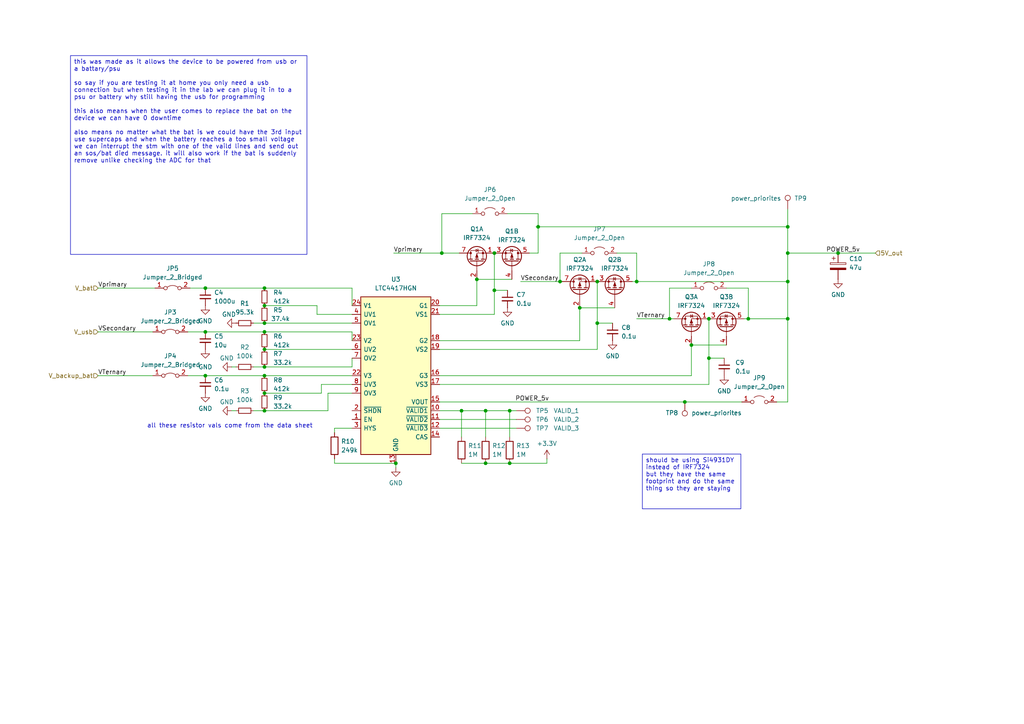
<source format=kicad_sch>
(kicad_sch (version 20231120) (generator "eeschema") (generator_version "8.0")
  (paper "A4")
  (lib_symbols
    (symbol "Connector:TestPoint" (pin_numbers hide) (pin_names (offset 0.762) hide)
      (property "Reference" "TP" (at 0 6.858 0))
      (property "Value" "TestPoint" (at 0 5.08 0))
      (symbol "TestPoint_0_1"
        (circle (center 0 3.302) (radius 0.762))
      )
      (symbol "TestPoint_1_1"
        (pin passive line (at 0 0 90) (length 2.54) (name "1") (number "1"))
      )
    )
    (symbol "Device:C_Polarized" (pin_numbers hide) (pin_names (offset 0.254))
      (property "Reference" "C" (at 0.635 2.54 0))
      (property "Value" "C_Polarized" (at 0.635 -2.54 0))
      (symbol "C_Polarized_0_1"
        (rectangle (start -2.286 0.508) (end 2.286 1.016))
        (polyline (pts (xy -1.778 2.286) (xy -0.762 2.286)))
        (polyline (pts (xy -1.27 2.794) (xy -1.27 1.778)))
        (rectangle (start 2.286 -0.508) (end -2.286 -1.016) (fill (type outline)))
      )
      (symbol "C_Polarized_1_1"
        (pin passive line (at 0 3.81 270) (length 2.794) (name "~") (number "1"))
        (pin passive line (at 0 -3.81 90) (length 2.794) (name "~") (number "2"))
      )
    )
    (symbol "Device:C_Small" (pin_numbers hide) (pin_names (offset 0.254) hide)
      (property "Reference" "C" (at 0.254 1.778 0))
      (property "Value" "C_Small" (at 0.254 -2.032 0))
      (symbol "C_Small_0_1"
        (polyline (pts (xy -1.524 -0.508) (xy 1.524 -0.508)) (stroke (width 0.3302)))
        (polyline (pts (xy -1.524 0.508) (xy 1.524 0.508)) (stroke (width 0.3048)))
      )
      (symbol "C_Small_1_1"
        (pin passive line (at 0 2.54 270) (length 2.032) (name "~") (number "1"))
        (pin passive line (at 0 -2.54 90) (length 2.032) (name "~") (number "2"))
      )
    )
    (symbol "Device:R" (pin_numbers hide) (pin_names (offset 0))
      (property "Reference" "R" (at 2.032 0 90))
      (property "Value" "R" (at 0 0 90))
      (symbol "R_0_1"
        (rectangle (start -1.016 -2.54) (end 1.016 2.54) (stroke (width 0.254)))
      )
      (symbol "R_1_1"
        (pin passive line (at 0 3.81 270) (length 1.27) (name "~") (number "1"))
        (pin passive line (at 0 -3.81 90) (length 1.27) (name "~") (number "2"))
      )
    )
    (symbol "Device:R_Small" (pin_numbers hide) (pin_names (offset 0.254) hide)
      (property "Reference" "R" (at 0.762 0.508 0))
      (property "Value" "R_Small" (at 0.762 -1.016 0))
      (symbol "R_Small_0_1"
        (rectangle (start -0.762 1.778) (end 0.762 -1.778) (stroke (width 0.2032)))
      )
      (symbol "R_Small_1_1"
        (pin passive line (at 0 2.54 270) (length 0.762) (name "~") (number "1"))
        (pin passive line (at 0 -2.54 90) (length 0.762) (name "~") (number "2"))
      )
    )
    (symbol "GND_1" (power) (pin_numbers hide) (pin_names (offset 0) hide)
      (property "Value" "GND" (at 0 -3.81 0))
      (symbol "GND_1_0_1"
        (polyline (pts (xy 0 0) (xy 0 -1.27) (xy 1.27 -1.27) (xy 0 -2.54) (xy -1.27 -1.27) (xy 0 -1.27)))
      )
      (symbol "GND_1_1_1"
        (pin power_in line (at 0 0 270) (length 0) (name "~") (number "1"))
      )
    )
    (symbol "GND_3" (power) (pin_numbers hide) (pin_names (offset 0) hide)
      (property "Value" "GND" (at 0 -3.81 0))
      (symbol "GND_3_0_1"
        (polyline (pts (xy 0 0) (xy 0 -1.27) (xy 1.27 -1.27) (xy 0 -2.54) (xy -1.27 -1.27) (xy 0 -1.27)))
      )
      (symbol "GND_3_1_1"
        (pin power_in line (at 0 0 270) (length 0) (name "~") (number "1"))
      )
    )
    (symbol "Jumper:Jumper_2_Bridged" (pin_names (offset 0) hide)
      (property "Reference" "JP" (at 0 1.905 0))
      (property "Value" "Jumper_2_Bridged" (at 0 -2.54 0))
      (symbol "Jumper_2_Bridged_0_0"
        (circle (center -2.032 0) (radius 0.508))
        (circle (center 2.032 0) (radius 0.508))
      )
      (symbol "Jumper_2_Bridged_0_1"
        (arc (start 1.524 0.254) (mid 0 0.762) (end -1.524 0.254))
      )
      (symbol "Jumper_2_Bridged_1_1"
        (pin passive line (at -5.08 0 0) (length 2.54) (name "A") (number "1"))
        (pin passive line (at 5.08 0 180) (length 2.54) (name "B") (number "2"))
      )
    )
    (symbol "Jumper:Jumper_2_Open" (pin_names (offset 0) hide)
      (property "Reference" "JP" (at 0 2.794 0))
      (property "Value" "Jumper_2_Open" (at 0 -2.286 0))
      (symbol "Jumper_2_Open_0_0"
        (circle (center -2.032 0) (radius 0.508))
        (circle (center 2.032 0) (radius 0.508))
      )
      (symbol "Jumper_2_Open_0_1"
        (arc (start 1.524 1.27) (mid 0 1.778) (end -1.524 1.27))
      )
      (symbol "Jumper_2_Open_1_1"
        (pin passive line (at -5.08 0 0) (length 2.54) (name "A") (number "1"))
        (pin passive line (at 5.08 0 180) (length 2.54) (name "B") (number "2"))
      )
    )
    (symbol "Power_Management:LTC4417HGN" (pin_names (offset 0.762))
      (property "Reference" "U" (at 0 26.035 0))
      (property "Value" "LTC4417HGN" (at 0 24.13 0))
      (symbol "LTC4417HGN_0_1"
        (rectangle (start -10.16 22.86) (end 10.16 -22.86) (stroke (width 0.254)) (fill (type background)))
      )
      (symbol "LTC4417HGN_1_1"
        (pin input line (at -12.7 -12.7 0) (length 2.54) (name "EN") (number "1"))
        (pin open_collector line (at 12.7 -10.16 180) (length 2.54) (name "~{VALID1}") (number "10"))
        (pin open_collector line (at 12.7 -12.7 180) (length 2.54) (name "~{VALID2}") (number "11"))
        (pin open_collector line (at 12.7 -15.24 180) (length 2.54) (name "~{VALID3}") (number "12"))
        (pin power_in line (at 0 -25.4 90) (length 2.54) (name "GND") (number "13"))
        (pin output line (at 12.7 -17.78 180) (length 2.54) (name "CAS") (number "14"))
        (pin output line (at 12.7 -7.62 180) (length 2.54) (name "VOUT") (number "15"))
        (pin output line (at 12.7 0 180) (length 2.54) (name "G3") (number "16"))
        (pin output line (at 12.7 -2.54 180) (length 2.54) (name "VS3") (number "17"))
        (pin output line (at 12.7 10.16 180) (length 2.54) (name "G2") (number "18"))
        (pin output line (at 12.7 7.62 180) (length 2.54) (name "VS2") (number "19"))
        (pin input line (at -12.7 -10.16 0) (length 2.54) (name "~{SHDN}") (number "2"))
        (pin output line (at 12.7 20.32 180) (length 2.54) (name "G1") (number "20"))
        (pin output line (at 12.7 17.78 180) (length 2.54) (name "VS1") (number "21"))
        (pin input line (at -12.7 0 0) (length 2.54) (name "V3") (number "22"))
        (pin input line (at -12.7 10.16 0) (length 2.54) (name "V2") (number "23"))
        (pin input line (at -12.7 20.32 0) (length 2.54) (name "V1") (number "24"))
        (pin input line (at -12.7 -15.24 0) (length 2.54) (name "HYS") (number "3"))
        (pin input line (at -12.7 17.78 0) (length 2.54) (name "UV1") (number "4"))
        (pin input line (at -12.7 15.24 0) (length 2.54) (name "OV1") (number "5"))
        (pin input line (at -12.7 7.62 0) (length 2.54) (name "UV2") (number "6"))
        (pin input line (at -12.7 5.08 0) (length 2.54) (name "OV2") (number "7"))
        (pin input line (at -12.7 -2.54 0) (length 2.54) (name "UV3") (number "8"))
        (pin input line (at -12.7 -5.08 0) (length 2.54) (name "OV3") (number "9"))
      )
    )
    (symbol "Transistor_FET:IRF7324" (pin_names hide)
      (property "Reference" "Q" (at 5.08 1.905 0))
      (property "Value" "IRF7324" (at 5.08 0 0))
      (symbol "IRF7324_0_1"
        (polyline (pts (xy 0.254 0) (xy -2.54 0)))
        (polyline (pts (xy 0.254 1.905) (xy 0.254 -1.905)) (stroke (width 0.254)))
        (polyline (pts (xy 0.762 -1.27) (xy 0.762 -2.286)) (stroke (width 0.254)))
        (polyline (pts (xy 0.762 0.508) (xy 0.762 -0.508)) (stroke (width 0.254)))
        (polyline (pts (xy 0.762 2.286) (xy 0.762 1.27)) (stroke (width 0.254)))
        (polyline (pts (xy 2.54 2.54) (xy 2.54 1.778)))
        (polyline (pts (xy 2.54 -2.54) (xy 2.54 0) (xy 0.762 0)))
        (polyline (pts (xy 0.762 1.778) (xy 3.302 1.778) (xy 3.302 -1.778) (xy 0.762 -1.778)))
        (polyline (pts (xy 2.286 0) (xy 1.27 0.381) (xy 1.27 -0.381) (xy 2.286 0)) (fill (type outline)))
        (polyline (pts (xy 2.794 -0.508) (xy 2.921 -0.381) (xy 3.683 -0.381) (xy 3.81 -0.254)))
        (polyline (pts (xy 3.302 -0.381) (xy 2.921 0.254) (xy 3.683 0.254) (xy 3.302 -0.381)))
        (circle (center 1.651 0) (radius 2.794) (stroke (width 0.254)))
        (circle (center 2.54 -1.778) (radius 0.254) (fill (type outline)))
        (circle (center 2.54 1.778) (radius 0.254) (fill (type outline)))
      )
      (symbol "IRF7324_1_1"
        (pin passive line (at 2.54 -5.08 90) (length 2.54) (name "S1") (number "1"))
        (pin input line (at -5.08 0 0) (length 2.54) (name "G1") (number "2"))
        (pin passive line (at 2.54 5.08 270) (length 2.54) (name "D1") (number "7"))
        (pin passive line (at 2.54 5.08 270) (length 2.54) hide (name "D1") (number "8"))
      )
      (symbol "IRF7324_2_1"
        (pin passive line (at 2.54 -5.08 90) (length 2.54) (name "S2") (number "3"))
        (pin input line (at -5.08 0 0) (length 2.54) (name "G2") (number "4"))
        (pin passive line (at 2.54 5.08 270) (length 2.54) (name "D2") (number "5"))
        (pin passive line (at 2.54 5.08 270) (length 2.54) hide (name "D2") (number "6"))
      )
    )
    (symbol "power:+3.3V" (power) (pin_numbers hide) (pin_names (offset 0) hide)
      (property "Value" "+3.3V" (at 0 3.556 0))
      (symbol "+3.3V_0_1"
        (polyline (pts (xy -0.762 1.27) (xy 0 2.54)))
        (polyline (pts (xy 0 0) (xy 0 2.54)))
        (polyline (pts (xy 0 2.54) (xy 0.762 1.27)))
      )
      (symbol "+3.3V_1_1"
        (pin power_in line (at 0 0 90) (length 0) (name "~") (number "1"))
      )
    )
  )
  (junction (at 76.708 88.646))
  (junction (at 194.183 92.456))
  (junction (at 76.708 93.726))
  (junction (at 114.808 134.366))
  (junction (at 184.658 81.661))
  (junction (at 76.708 96.266))
  (junction (at 198.628 116.586))
  (junction (at 147.828 119.126))
  (junction (at 133.858 119.126))
  (junction (at 228.473 81.661))
  (junction (at 140.843 119.126))
  (junction (at 173.228 93.726))
  (junction (at 128.143 73.406))
  (junction (at 147.828 134.366))
  (junction (at 76.708 106.426))
  (junction (at 76.708 101.346))
  (junction (at 200.533 100.076))
  (junction (at 205.613 92.456))
  (junction (at 140.843 134.366))
  (junction (at 143.383 73.406))
  (junction (at 217.043 92.456))
  (junction (at 138.303 81.026))
  (junction (at 228.473 73.406))
  (junction (at 156.083 65.786))
  (junction (at 76.708 114.046))
  (junction (at 173.228 81.661))
  (junction (at 59.563 108.966))
  (junction (at 162.433 81.661))
  (junction (at 205.613 103.886))
  (junction (at 228.473 65.786))
  (junction (at 76.708 119.126))
  (junction (at 243.078 73.406))
  (junction (at 76.708 108.966))
  (junction (at 59.563 83.566))
  (junction (at 59.563 96.266))
  (junction (at 143.383 84.201))
  (junction (at 168.148 89.281))
  (junction (at 76.708 83.566))
  (junction (at 228.473 92.456))
  (wire (pts (xy 127.508 119.126) (xy 133.858 119.126)))
  (wire (pts (xy 147.828 134.366) (xy 158.623 134.366)))
  (wire (pts (xy 173.228 101.346) (xy 127.508 101.346)))
  (wire (pts (xy 127.508 111.506) (xy 205.613 111.506)))
  (wire (pts (xy 91.948 91.186) (xy 102.108 91.186)))
  (wire (pts (xy 155.448 65.786) (xy 156.083 65.786)))
  (wire (pts (xy 28.448 96.266) (xy 44.323 96.266)))
  (wire (pts (xy 162.433 81.661) (xy 162.433 73.406)))
  (wire (pts (xy 127.508 88.646) (xy 138.303 88.646)))
  (wire (pts (xy 76.708 88.646) (xy 91.948 88.646)))
  (wire (pts (xy 127.508 121.666) (xy 149.733 121.666)))
  (wire (pts (xy 184.658 81.661) (xy 228.473 81.661)))
  (wire (pts (xy 97.028 133.096) (xy 97.028 134.366)))
  (wire (pts (xy 217.043 83.566) (xy 217.043 92.456)))
  (wire (pts (xy 215.773 92.456) (xy 217.043 92.456)))
  (wire (pts (xy 76.708 83.566) (xy 102.108 83.566)))
  (wire (pts (xy 97.028 134.366) (xy 114.808 134.366)))
  (wire (pts (xy 138.303 88.646) (xy 138.303 81.026)))
  (wire (pts (xy 95.123 119.126) (xy 95.123 114.046)))
  (wire (pts (xy 194.183 92.456) (xy 195.453 92.456)))
  (wire (pts (xy 76.708 106.426) (xy 102.108 106.426)))
  (wire (pts (xy 140.843 119.126) (xy 147.828 119.126)))
  (wire (pts (xy 151.003 81.661) (xy 162.433 81.661)))
  (wire (pts (xy 114.173 73.406) (xy 128.143 73.406)))
  (wire (pts (xy 168.148 89.281) (xy 168.148 98.806)))
  (wire (pts (xy 184.658 92.456) (xy 194.183 92.456)))
  (wire (pts (xy 205.613 103.886) (xy 205.613 92.456)))
  (wire (pts (xy 147.193 61.976) (xy 156.083 61.976)))
  (wire (pts (xy 173.228 93.726) (xy 177.673 93.726)))
  (wire (pts (xy 200.533 108.966) (xy 127.508 108.966)))
  (wire (pts (xy 228.473 73.406) (xy 228.473 81.661)))
  (wire (pts (xy 138.303 81.026) (xy 148.463 81.026)))
  (wire (pts (xy 54.483 108.966) (xy 59.563 108.966)))
  (wire (pts (xy 143.383 91.186) (xy 143.383 84.201)))
  (wire (pts (xy 228.473 81.661) (xy 228.473 92.456)))
  (wire (pts (xy 200.533 100.076) (xy 200.533 108.966)))
  (wire (pts (xy 127.508 116.586) (xy 198.628 116.586)))
  (wire (pts (xy 76.708 96.266) (xy 102.108 96.266)))
  (wire (pts (xy 68.453 119.126) (xy 67.183 119.126)))
  (wire (pts (xy 59.563 108.966) (xy 76.708 108.966)))
  (wire (pts (xy 76.708 108.966) (xy 102.108 108.966)))
  (wire (pts (xy 178.943 73.406) (xy 184.658 73.406)))
  (wire (pts (xy 194.183 92.456) (xy 194.183 83.566)))
  (wire (pts (xy 93.218 114.046) (xy 93.218 111.506)))
  (wire (pts (xy 76.708 93.726) (xy 102.108 93.726)))
  (wire (pts (xy 133.858 119.126) (xy 140.843 119.126)))
  (wire (pts (xy 173.228 93.726) (xy 173.228 101.346)))
  (wire (pts (xy 228.473 92.456) (xy 228.473 116.586)))
  (wire (pts (xy 228.473 73.406) (xy 243.078 73.406)))
  (wire (pts (xy 178.308 89.281) (xy 168.148 89.281)))
  (wire (pts (xy 243.078 73.406) (xy 253.873 73.406)))
  (wire (pts (xy 143.383 84.201) (xy 147.193 84.201)))
  (wire (pts (xy 205.613 111.506) (xy 205.613 103.886)))
  (wire (pts (xy 228.473 60.706) (xy 228.473 65.786)))
  (wire (pts (xy 147.828 119.126) (xy 149.733 119.126)))
  (wire (pts (xy 162.433 81.661) (xy 163.068 81.661)))
  (wire (pts (xy 228.473 65.786) (xy 228.473 73.406)))
  (wire (pts (xy 73.533 119.126) (xy 76.708 119.126)))
  (wire (pts (xy 54.483 96.266) (xy 59.563 96.266)))
  (wire (pts (xy 102.108 103.886) (xy 102.108 106.426)))
  (wire (pts (xy 127.508 124.206) (xy 149.733 124.206)))
  (wire (pts (xy 114.808 135.636) (xy 114.808 134.366)))
  (wire (pts (xy 153.543 73.406) (xy 156.083 73.406)))
  (wire (pts (xy 133.858 119.126) (xy 133.858 126.746)))
  (wire (pts (xy 205.613 103.886) (xy 210.058 103.886)))
  (wire (pts (xy 133.858 134.366) (xy 140.843 134.366)))
  (wire (pts (xy 140.843 134.366) (xy 147.828 134.366)))
  (wire (pts (xy 198.628 116.586) (xy 215.138 116.586)))
  (wire (pts (xy 162.433 73.406) (xy 168.783 73.406)))
  (wire (pts (xy 93.218 111.506) (xy 102.108 111.506)))
  (wire (pts (xy 55.118 83.566) (xy 59.563 83.566)))
  (wire (pts (xy 217.043 92.456) (xy 228.473 92.456)))
  (wire (pts (xy 156.083 61.976) (xy 156.083 65.786)))
  (wire (pts (xy 200.533 100.076) (xy 210.693 100.076)))
  (wire (pts (xy 173.228 81.661) (xy 173.228 93.726)))
  (wire (pts (xy 127.508 98.806) (xy 168.148 98.806)))
  (wire (pts (xy 91.948 88.646) (xy 91.948 91.186)))
  (wire (pts (xy 59.563 83.566) (xy 76.708 83.566)))
  (wire (pts (xy 127.508 91.186) (xy 143.383 91.186)))
  (wire (pts (xy 73.533 106.426) (xy 76.708 106.426)))
  (wire (pts (xy 194.183 83.566) (xy 200.533 83.566)))
  (wire (pts (xy 184.658 73.406) (xy 184.658 81.661)))
  (wire (pts (xy 210.693 83.566) (xy 217.043 83.566)))
  (wire (pts (xy 102.108 83.566) (xy 102.108 88.646)))
  (wire (pts (xy 76.708 114.046) (xy 93.218 114.046)))
  (wire (pts (xy 76.708 119.126) (xy 95.123 119.126)))
  (wire (pts (xy 140.843 119.126) (xy 140.843 126.746)))
  (wire (pts (xy 156.083 65.786) (xy 156.083 73.406)))
  (wire (pts (xy 95.123 114.046) (xy 102.108 114.046)))
  (wire (pts (xy 128.143 61.976) (xy 137.033 61.976)))
  (wire (pts (xy 128.143 73.406) (xy 128.143 61.976)))
  (wire (pts (xy 97.028 124.206) (xy 97.028 125.476)))
  (wire (pts (xy 158.623 134.366) (xy 158.623 133.096)))
  (wire (pts (xy 183.388 81.661) (xy 184.658 81.661)))
  (wire (pts (xy 147.828 119.126) (xy 147.828 126.746)))
  (wire (pts (xy 156.083 65.786) (xy 228.473 65.786)))
  (wire (pts (xy 128.143 73.406) (xy 133.223 73.406)))
  (wire (pts (xy 59.563 96.266) (xy 76.708 96.266)))
  (wire (pts (xy 28.448 108.966) (xy 44.323 108.966)))
  (wire (pts (xy 73.533 93.726) (xy 76.708 93.726)))
  (wire (pts (xy 225.298 116.586) (xy 228.473 116.586)))
  (wire (pts (xy 76.708 101.346) (xy 102.108 101.346)))
  (wire (pts (xy 143.383 84.201) (xy 143.383 73.406)))
  (wire (pts (xy 28.448 83.566) (xy 44.958 83.566)))
  (wire (pts (xy 68.453 106.426) (xy 67.183 106.426)))
  (wire (pts (xy 102.108 96.266) (xy 102.108 98.806)))
  (wire (pts (xy 102.108 124.206) (xy 97.028 124.206)))
  (text_box "this was made as it allows the device to be powered from usb or a battary/psu \n\nso say if you are testing it at home you only need a usb connection but when testing it in the lab we can plug it in to a psu or battery why still having the usb for programming\n\nthis also means when the user comes to replace the bat on the device we can have 0 downtime\n\nalso means no matter what the bat is we could have the 3rd input use supercaps and when the battery reaches a too small voltage we can interrupt the stm with one of the vaild lines and send out an sos/bat died message. it will also work if the bat is suddenly remove unlike checking the ADC for that\n" (at 20.447 16.129 0) (size 68.58 57.658) (effects (font (size 1.27 1.27)) (justify left top)))
  (text_box "should be using Si4931DY instead of IRF7324\nbut they have the same footprint and do the same thing so they are staying\n" (at 186.309 131.699 0) (size 28.575 15.875) (effects (font (size 1.27 1.27)) (justify left top)))
  (text "all these resistor vals come from the data sheet\n" (at 66.675 123.571 0) (effects (font (size 1.27 1.27))))
  (label "Vprimary" (at 114.173 73.406 0))
  (label "VSecondary" (at 151.003 81.661 0))
  (label "VSecondary" (at 28.448 96.266 0))
  (label "POWER_5v" (at 249.428 73.406 180))
  (label "VTernary" (at 184.658 92.456 0))
  (label "Vprimary" (at 28.448 83.566 0))
  (label "VTernary" (at 28.448 108.966 0))
  (label "POWER_5v" (at 159.258 116.586 180))
  (hierarchical_label "V_bat" (shape input) (at 28.448 83.566 180))
  (hierarchical_label "V_backup_bat" (shape input) (at 28.448 108.966 180))
  (hierarchical_label "V_usb" (shape input) (at 28.448 96.266 180))
  (hierarchical_label "5V_out" (shape input) (at 253.873 73.406 0))
  (symbol (lib_id "Device:R_Small") (at 70.993 119.126 270) (unit 1)
    (property "Reference" "R3" (at 70.993 113.411 90))
    (property "Value" "100k" (at 70.993 115.951 90))
    (property "Footprint" "Resistor_SMD:R_0805_2012Metric" (effects (hide yes)))
    (property "Description" "Resistor, small symbol" (effects (hide yes)))
  )
  (symbol (lib_id "Jumper:Jumper_2_Bridged") (at 50.038 83.566 0) (unit 1)
    (property "Reference" "JP5" (at 50.038 77.851 0))
    (property "Value" "Jumper_2_Bridged" (at 50.038 80.391 0))
    (property "Description" "Jumper, 2-pole, closed/bridged" (effects (hide yes)))
  )
  (symbol (lib_name "GND_1") (lib_id "power:GND") (at 243.078 81.026 0) (unit 1)
    (property "Reference" "#PWR029" (effects (hide yes)))
    (property "Value" "GND" (at 243.078 85.471 0))
    (property "Description" "Power symbol creates a global label with name \"GND\" , ground" (effects (hide yes)))
  )
  (symbol (lib_id "Transistor_FET:IRF7324") (at 148.463 75.946 270) (mirror x) (unit 2)
    (property "Reference" "Q1" (at 148.463 67.056 90))
    (property "Value" "IRF7324" (at 148.463 69.596 90))
    (property "Footprint" "Package_SO:SOIC-8_3.9x4.9mm_P1.27mm" (effects (hide yes)))
    (property "Datasheet" "http://www.infineon.com/dgdl/irf7324pbf.pdf?fileId=5546d462533600a4015355f5f0861b4b" (effects (hide yes)))
    (property "Description" "-9A Id, -20V Vds, Dual HEXFET P-Channel MOSFET, SO-8" (effects (hide yes)))
  )
  (symbol (lib_id "Device:C_Small") (at 177.673 96.266 0) (unit 1)
    (property "Reference" "C8" (at 180.213 95.0022 0) (effects (justify left)))
    (property "Value" "0.1u" (at 180.213 97.5422 0) (effects (justify left)))
    (property "Footprint" "Capacitor_SMD:C_0805_2012Metric" (effects (hide yes)))
    (property "Description" "Unpolarized capacitor, small symbol" (effects (hide yes)))
  )
  (symbol (lib_id "Device:C_Small") (at 59.563 98.806 0) (unit 1)
    (property "Reference" "C5" (at 62.103 97.5422 0) (effects (justify left)))
    (property "Value" "10u" (at 62.103 100.0822 0) (effects (justify left)))
    (property "Footprint" "Capacitor_SMD:C_0805_2012Metric" (effects (hide yes)))
    (property "Description" "Unpolarized capacitor, small symbol" (effects (hide yes)))
  )
  (symbol (lib_name "GND_1") (lib_id "power:GND") (at 177.673 98.806 0) (unit 1)
    (property "Reference" "#PWR027" (effects (hide yes)))
    (property "Value" "GND" (at 177.673 103.251 0))
    (property "Description" "Power symbol creates a global label with name \"GND\" , ground" (effects (hide yes)))
  )
  (symbol (lib_id "Connector:TestPoint") (at 198.628 116.586 180) (unit 1)
    (property "Reference" "TP8" (at 196.723 119.761 0) (effects (justify left)))
    (property "Value" "power_priorites" (at 215.138 119.761 0) (effects (justify left)))
    (property "Footprint" "TerminalBlock:TerminalBlock_Altech_AK300-2_P5.00mm" (effects (hide yes)))
    (property "Description" "test point" (effects (hide yes)))
  )
  (symbol (lib_id "Jumper:Jumper_2_Bridged") (at 49.403 108.966 0) (unit 1)
    (property "Reference" "JP4" (at 49.403 103.251 0))
    (property "Value" "Jumper_2_Bridged" (at 49.403 105.791 0))
    (property "Description" "Jumper, 2-pole, closed/bridged" (effects (hide yes)))
  )
  (symbol (lib_id "Device:R_Small") (at 76.708 86.106 0) (unit 1)
    (property "Reference" "R4" (at 79.248 84.8359 0) (effects (justify left)))
    (property "Value" "412k" (at 79.248 87.3759 0) (effects (justify left)))
    (property "Footprint" "Resistor_SMD:R_0805_2012Metric" (effects (hide yes)))
    (property "Description" "Resistor, small symbol" (effects (hide yes)))
  )
  (symbol (lib_id "Device:R_Small") (at 76.708 98.806 0) (unit 1)
    (property "Reference" "R6" (at 79.248 97.5359 0) (effects (justify left)))
    (property "Value" "412k" (at 79.248 100.0759 0) (effects (justify left)))
    (property "Footprint" "Resistor_SMD:R_0805_2012Metric" (effects (hide yes)))
    (property "Description" "Resistor, small symbol" (effects (hide yes)))
  )
  (symbol (lib_name "GND_3") (lib_id "power:GND") (at 59.563 101.346 0) (unit 1)
    (property "Reference" "#PWR019" (effects (hide yes)))
    (property "Value" "GND" (at 59.563 106.426 0))
    (property "Description" "Power symbol creates a global label with name \"GND\" , ground" (effects (hide yes)))
  )
  (symbol (lib_id "Device:R_Small") (at 76.708 111.506 0) (unit 1)
    (property "Reference" "R8" (at 79.248 110.2359 0) (effects (justify left)))
    (property "Value" "412k" (at 79.248 112.7759 0) (effects (justify left)))
    (property "Footprint" "Resistor_SMD:R_0805_2012Metric" (effects (hide yes)))
    (property "Description" "Resistor, small symbol" (effects (hide yes)))
  )
  (symbol (lib_id "Power_Management:LTC4417HGN") (at 114.808 108.966 0) (unit 1)
    (property "Reference" "U3" (at 114.808 81.026 0))
    (property "Value" "LTC4417HGN" (at 114.808 83.566 0))
    (property "Footprint" "Package_SO:SSOP-24_3.9x8.7mm_P0.635mm" (effects (hide yes)))
    (property "Datasheet" "https://www.analog.com/media/en/technical-documentation/data-sheets/4417f.pdf" (effects (hide yes)))
    (property "Description" "Prioritized PowerPath Controller, Selects Highest Priority Supply from Three Inputs, –40°C to 125°C, SSOP" (effects (hide yes)))
  )
  (symbol (lib_id "Transistor_FET:IRF7324") (at 210.693 94.996 270) (mirror x) (unit 2)
    (property "Reference" "Q3" (at 210.693 86.106 90))
    (property "Value" "IRF7324" (at 210.693 88.646 90))
    (property "Footprint" "Package_SO:SOIC-8_3.9x4.9mm_P1.27mm" (effects (hide yes)))
    (property "Datasheet" "http://www.infineon.com/dgdl/irf7324pbf.pdf?fileId=5546d462533600a4015355f5f0861b4b" (effects (hide yes)))
    (property "Description" "-9A Id, -20V Vds, Dual HEXFET P-Channel MOSFET, SO-8" (effects (hide yes)))
  )
  (symbol (lib_id "Connector:TestPoint") (at 149.733 124.206 270) (unit 1)
    (property "Reference" "TP7" (at 155.448 124.206 90) (effects (justify left)))
    (property "Value" "VALID_3" (at 160.528 124.206 90) (effects (justify left)))
    (property "Footprint" "TerminalBlock:TerminalBlock_Altech_AK300-2_P5.00mm" (effects (hide yes)))
    (property "Description" "test point" (effects (hide yes)))
  )
  (symbol (lib_id "Transistor_FET:IRF7324") (at 200.533 94.996 90) (unit 1)
    (property "Reference" "Q3" (at 200.533 86.106 90))
    (property "Value" "IRF7324" (at 200.533 88.646 90))
    (property "Footprint" "Package_SO:SOIC-8_3.9x4.9mm_P1.27mm" (effects (hide yes)))
    (property "Datasheet" "http://www.infineon.com/dgdl/irf7324pbf.pdf?fileId=5546d462533600a4015355f5f0861b4b" (effects (hide yes)))
    (property "Description" "-9A Id, -20V Vds, Dual HEXFET P-Channel MOSFET, SO-8" (effects (hide yes)))
  )
  (symbol (lib_id "Jumper:Jumper_2_Bridged") (at 49.403 96.266 0) (unit 1)
    (property "Reference" "JP3" (at 49.403 90.551 0))
    (property "Value" "Jumper_2_Bridged" (at 49.403 93.091 0))
    (property "Description" "Jumper, 2-pole, closed/bridged" (effects (hide yes)))
  )
  (symbol (lib_name "GND_1") (lib_id "power:GND") (at 210.058 108.966 0) (unit 1)
    (property "Reference" "#PWR028" (effects (hide yes)))
    (property "Value" "GND" (at 210.058 113.411 0))
    (property "Description" "Power symbol creates a global label with name \"GND\" , ground" (effects (hide yes)))
  )
  (symbol (lib_id "Device:C_Small") (at 59.563 86.106 0) (unit 1)
    (property "Reference" "C4" (at 62.103 84.8422 0) (effects (justify left)))
    (property "Value" "1000u" (at 62.103 87.3822 0) (effects (justify left)))
    (property "Footprint" "Capacitor_SMD:C_0805_2012Metric" (effects (hide yes)))
    (property "Description" "Unpolarized capacitor, small symbol" (effects (hide yes)))
  )
  (symbol (lib_id "Jumper:Jumper_2_Open") (at 205.613 83.566 0) (unit 1)
    (property "Reference" "JP8" (at 205.613 76.581 0))
    (property "Value" "Jumper_2_Open" (at 205.613 79.121 0))
    (property "Description" "Jumper, 2-pole, open" (effects (hide yes)))
  )
  (symbol (lib_name "GND_3") (lib_id "power:GND") (at 59.563 114.046 0) (unit 1)
    (property "Reference" "#PWR020" (effects (hide yes)))
    (property "Value" "GND" (at 59.563 118.491 0))
    (property "Description" "Power symbol creates a global label with name \"GND\" , ground" (effects (hide yes)))
  )
  (symbol (lib_id "Device:R_Small") (at 76.708 91.186 0) (unit 1)
    (property "Reference" "R5" (at 79.248 89.9159 0) (effects (justify left)))
    (property "Value" "37.4k" (at 78.613 92.456 0) (effects (justify left)))
    (property "Footprint" "Resistor_SMD:R_0805_2012Metric" (effects (hide yes)))
    (property "Description" "Resistor, small symbol" (effects (hide yes)))
  )
  (symbol (lib_id "Device:R_Small") (at 70.993 106.426 270) (unit 1)
    (property "Reference" "R2" (at 70.993 100.711 90))
    (property "Value" "100k" (at 70.993 103.251 90))
    (property "Footprint" "Resistor_SMD:R_0805_2012Metric" (effects (hide yes)))
    (property "Description" "Resistor, small symbol" (effects (hide yes)))
  )
  (symbol (lib_id "Device:R") (at 97.028 129.286 0) (unit 1)
    (property "Reference" "R10" (at 98.933 128.0159 0) (effects (justify left)))
    (property "Value" "249k" (at 98.933 130.5559 0) (effects (justify left)))
    (property "Footprint" "Resistor_SMD:R_0805_2012Metric" (effects (hide yes)))
    (property "Description" "Resistor" (effects (hide yes)))
  )
  (symbol (lib_name "GND_1") (lib_id "power:GND") (at 147.193 89.281 0) (unit 1)
    (property "Reference" "#PWR025" (effects (hide yes)))
    (property "Value" "GND" (at 147.193 93.726 0))
    (property "Description" "Power symbol creates a global label with name \"GND\" , ground" (effects (hide yes)))
  )
  (symbol (lib_id "Device:R_Small") (at 76.708 116.586 0) (unit 1)
    (property "Reference" "R9" (at 79.248 115.3159 0) (effects (justify left)))
    (property "Value" "33.2k" (at 79.248 117.8559 0) (effects (justify left)))
    (property "Footprint" "Resistor_SMD:R_0805_2012Metric" (effects (hide yes)))
    (property "Description" "Resistor, small symbol" (effects (hide yes)))
  )
  (symbol (lib_name "GND_3") (lib_id "power:GND") (at 59.563 88.646 0) (unit 1)
    (property "Reference" "#PWR018" (effects (hide yes)))
    (property "Value" "GND" (at 59.563 93.091 0))
    (property "Description" "Power symbol creates a global label with name \"GND\" , ground" (effects (hide yes)))
  )
  (symbol (lib_id "power:+3.3V") (at 158.623 133.096 0) (unit 1)
    (property "Reference" "#PWR026" (effects (hide yes)))
    (property "Value" "+3.3V" (at 158.623 128.651 0))
    (property "Description" "Power symbol creates a global label with name \"+3.3V\"" (effects (hide yes)))
  )
  (symbol (lib_id "Device:C_Small") (at 147.193 86.741 0) (unit 1)
    (property "Reference" "C7" (at 149.733 85.4772 0) (effects (justify left)))
    (property "Value" "0.1u" (at 149.733 88.0172 0) (effects (justify left)))
    (property "Footprint" "Capacitor_SMD:C_0805_2012Metric" (effects (hide yes)))
    (property "Description" "Unpolarized capacitor, small symbol" (effects (hide yes)))
  )
  (symbol (lib_id "Device:R") (at 140.843 130.556 0) (unit 1)
    (property "Reference" "R12" (at 142.748 129.2859 0) (effects (justify left)))
    (property "Value" "1M" (at 142.748 131.8259 0) (effects (justify left)))
    (property "Footprint" "Resistor_SMD:R_0805_2012Metric" (effects (hide yes)))
    (property "Description" "Resistor" (effects (hide yes)))
  )
  (symbol (lib_id "Jumper:Jumper_2_Open") (at 173.863 73.406 0) (unit 1)
    (property "Reference" "JP7" (at 173.863 66.421 0))
    (property "Value" "Jumper_2_Open" (at 173.863 68.961 0))
    (property "Description" "Jumper, 2-pole, open" (effects (hide yes)))
  )
  (symbol (lib_name "GND_3") (lib_id "power:GND") (at 68.453 93.726 270) (unit 1)
    (property "Reference" "#PWR023" (effects (hide yes)))
    (property "Value" "GND" (at 68.453 91.186 90) (effects (justify right)))
    (property "Description" "Power symbol creates a global label with name \"GND\" , ground" (effects (hide yes)))
  )
  (symbol (lib_id "Device:R_Small") (at 70.993 93.726 270) (unit 1)
    (property "Reference" "R1" (at 70.993 88.011 90))
    (property "Value" "95.3k" (at 70.993 90.551 90))
    (property "Footprint" "Resistor_SMD:R_0805_2012Metric" (effects (hide yes)))
    (property "Description" "Resistor, small symbol" (effects (hide yes)))
  )
  (symbol (lib_id "Jumper:Jumper_2_Open") (at 142.113 61.976 0) (unit 1)
    (property "Reference" "JP6" (at 142.113 54.991 0))
    (property "Value" "Jumper_2_Open" (at 142.113 57.531 0))
    (property "Description" "Jumper, 2-pole, open" (effects (hide yes)))
  )
  (symbol (lib_id "Device:R") (at 133.858 130.556 0) (unit 1)
    (property "Reference" "R11" (at 135.763 129.2859 0) (effects (justify left)))
    (property "Value" "1M" (at 135.763 131.8259 0) (effects (justify left)))
    (property "Footprint" "Resistor_SMD:R_0805_2012Metric" (effects (hide yes)))
    (property "Description" "Resistor" (effects (hide yes)))
  )
  (symbol (lib_id "Connector:TestPoint") (at 149.733 121.666 270) (unit 1)
    (property "Reference" "TP6" (at 155.448 121.666 90) (effects (justify left)))
    (property "Value" "VALID_2" (at 160.528 121.666 90) (effects (justify left)))
    (property "Footprint" "TerminalBlock:TerminalBlock_Altech_AK300-2_P5.00mm" (effects (hide yes)))
    (property "Description" "test point" (effects (hide yes)))
  )
  (symbol (lib_id "Connector:TestPoint") (at 228.473 60.706 0) (unit 1)
    (property "Reference" "TP9" (at 230.378 57.531 0) (effects (justify left)))
    (property "Value" "power_priorites" (at 211.963 57.531 0) (effects (justify left)))
    (property "Footprint" "TerminalBlock:TerminalBlock_Altech_AK300-2_P5.00mm" (effects (hide yes)))
    (property "Description" "test point" (effects (hide yes)))
  )
  (symbol (lib_id "Connector:TestPoint") (at 149.733 119.126 270) (unit 1)
    (property "Reference" "TP5" (at 155.448 119.126 90) (effects (justify left)))
    (property "Value" "VALID_1" (at 160.528 119.126 90) (effects (justify left)))
    (property "Footprint" "TerminalBlock:TerminalBlock_Altech_AK300-2_P5.00mm" (effects (hide yes)))
    (property "Description" "test point" (effects (hide yes)))
  )
  (symbol (lib_name "GND_3") (lib_id "power:GND") (at 67.183 106.426 270) (unit 1)
    (property "Reference" "#PWR021" (effects (hide yes)))
    (property "Value" "GND" (at 67.818 103.886 90) (effects (justify right)))
    (property "Description" "Power symbol creates a global label with name \"GND\" , ground" (effects (hide yes)))
  )
  (symbol (lib_id "Device:R_Small") (at 76.708 103.886 0) (unit 1)
    (property "Reference" "R7" (at 79.248 102.6159 0) (effects (justify left)))
    (property "Value" "33.2k" (at 79.248 105.1559 0) (effects (justify left)))
    (property "Footprint" "Resistor_SMD:R_0805_2012Metric" (effects (hide yes)))
    (property "Description" "Resistor, small symbol" (effects (hide yes)))
  )
  (symbol (lib_name "GND_1") (lib_id "power:GND") (at 114.808 135.636 0) (unit 1)
    (property "Reference" "#PWR024" (effects (hide yes)))
    (property "Value" "GND" (at 114.808 140.081 0))
    (property "Description" "Power symbol creates a global label with name \"GND\" , ground" (effects (hide yes)))
  )
  (symbol (lib_id "Device:C_Polarized") (at 243.078 77.216 0) (unit 1)
    (property "Reference" "C10" (at 246.253 75.0569 0) (effects (justify left)))
    (property "Value" "47u" (at 246.253 77.5969 0) (effects (justify left)))
    (property "Footprint" "Capacitor_SMD:C_0805_2012Metric" (effects (hide yes)))
    (property "Description" "Polarized capacitor" (effects (hide yes)))
  )
  (symbol (lib_id "Transistor_FET:IRF7324") (at 178.308 84.201 270) (mirror x) (unit 2)
    (property "Reference" "Q2" (at 178.308 75.311 90))
    (property "Value" "IRF7324" (at 178.308 77.851 90))
    (property "Footprint" "Package_SO:SOIC-8_3.9x4.9mm_P1.27mm" (effects (hide yes)))
    (property "Datasheet" "http://www.infineon.com/dgdl/irf7324pbf.pdf?fileId=5546d462533600a4015355f5f0861b4b" (effects (hide yes)))
    (property "Description" "-9A Id, -20V Vds, Dual HEXFET P-Channel MOSFET, SO-8" (effects (hide yes)))
  )
  (symbol (lib_id "Transistor_FET:IRF7324") (at 168.148 84.201 90) (unit 1)
    (property "Reference" "Q2" (at 168.148 75.311 90))
    (property "Value" "IRF7324" (at 168.148 77.851 90))
    (property "Footprint" "Package_SO:SOIC-8_3.9x4.9mm_P1.27mm" (effects (hide yes)))
    (property "Datasheet" "http://www.infineon.com/dgdl/irf7324pbf.pdf?fileId=5546d462533600a4015355f5f0861b4b" (effects (hide yes)))
    (property "Description" "-9A Id, -20V Vds, Dual HEXFET P-Channel MOSFET, SO-8" (effects (hide yes)))
  )
  (symbol (lib_id "Jumper:Jumper_2_Open") (at 220.218 116.586 0) (unit 1)
    (property "Reference" "JP9" (at 220.218 109.601 0))
    (property "Value" "Jumper_2_Open" (at 220.218 112.141 0))
    (property "Description" "Jumper, 2-pole, open" (effects (hide yes)))
  )
  (symbol (lib_id "Device:C_Small") (at 210.058 106.426 0) (unit 1)
    (property "Reference" "C9" (at 213.233 105.1622 0) (effects (justify left)))
    (property "Value" "0.1u" (at 213.233 107.7022 0) (effects (justify left)))
    (property "Footprint" "Capacitor_SMD:C_0805_2012Metric" (effects (hide yes)))
    (property "Description" "Unpolarized capacitor, small symbol" (effects (hide yes)))
  )
  (symbol (lib_id "Transistor_FET:IRF7324") (at 138.303 75.946 90) (unit 1)
    (property "Reference" "Q1" (at 138.303 66.421 90))
    (property "Value" "IRF7324" (at 138.303 68.961 90))
    (property "Footprint" "Package_SO:SOIC-8_3.9x4.9mm_P1.27mm" (effects (hide yes)))
    (property "Datasheet" "http://www.infineon.com/dgdl/irf7324pbf.pdf?fileId=5546d462533600a4015355f5f0861b4b" (effects (hide yes)))
    (property "Description" "-9A Id, -20V Vds, Dual HEXFET P-Channel MOSFET, SO-8" (effects (hide yes)))
  )
  (symbol (lib_id "Device:C_Small") (at 59.563 111.506 0) (unit 1)
    (property "Reference" "C6" (at 62.103 110.2422 0) (effects (justify left)))
    (property "Value" "0.1u" (at 62.103 112.7822 0) (effects (justify left)))
    (property "Footprint" "Capacitor_SMD:C_0805_2012Metric" (effects (hide yes)))
    (property "Description" "Unpolarized capacitor, small symbol" (effects (hide yes)))
  )
  (symbol (lib_id "Device:R") (at 147.828 130.556 0) (unit 1)
    (property "Reference" "R13" (at 149.733 129.2859 0) (effects (justify left)))
    (property "Value" "1M" (at 149.733 131.8259 0) (effects (justify left)))
    (property "Footprint" "Resistor_SMD:R_0805_2012Metric" (effects (hide yes)))
    (property "Description" "Resistor" (effects (hide yes)))
  )
  (symbol (lib_name "GND_3") (lib_id "power:GND") (at 67.183 119.126 270) (unit 1)
    (property "Reference" "#PWR022" (effects (hide yes)))
    (property "Value" "GND" (at 67.818 116.586 90) (effects (justify right)))
    (property "Description" "Power symbol creates a global label with name \"GND\" , ground" (effects (hide yes)))
  )
)
</source>
